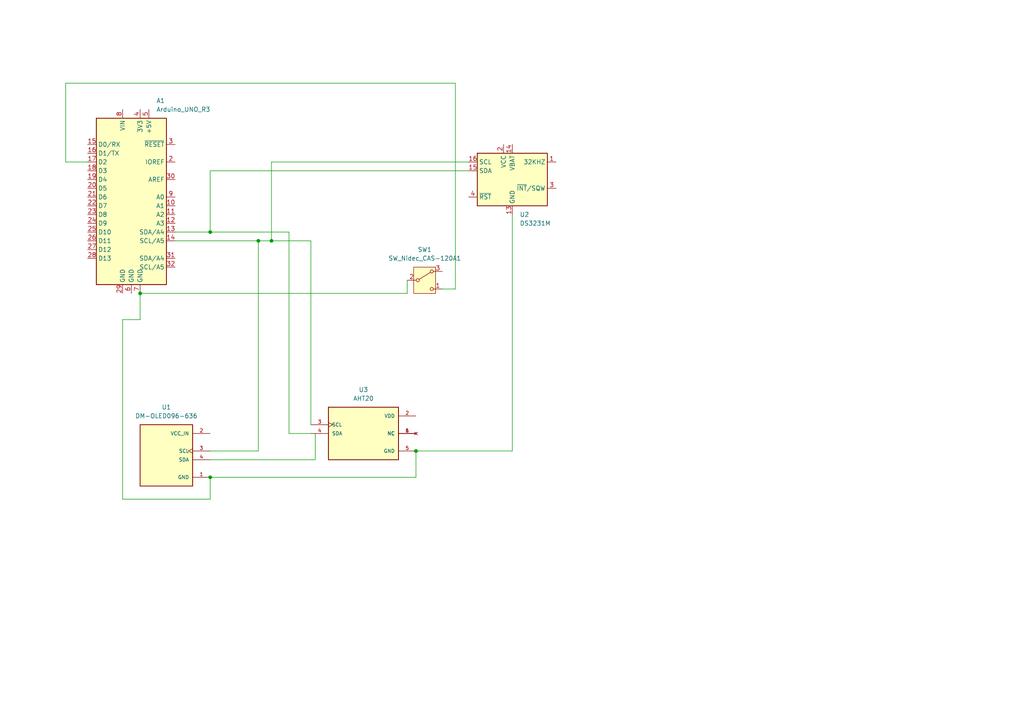
<source format=kicad_sch>
(kicad_sch
	(version 20250114)
	(generator "eeschema")
	(generator_version "9.0")
	(uuid "bf447a21-7a3c-4e50-ab89-794c32c3acd2")
	(paper "A4")
	(lib_symbols
		(symbol "AHT20:AHT20"
			(pin_names
				(offset 1.016)
			)
			(exclude_from_sim no)
			(in_bom yes)
			(on_board yes)
			(property "Reference" "U"
				(at -10.16 8.509 0)
				(effects
					(font
						(size 1.27 1.27)
					)
					(justify left bottom)
				)
			)
			(property "Value" "AHT20"
				(at -10.16 -10.16 0)
				(effects
					(font
						(size 1.27 1.27)
					)
					(justify left bottom)
				)
			)
			(property "Footprint" "AHT20:PSON100P300X300X110-6N"
				(at 0 0 0)
				(effects
					(font
						(size 1.27 1.27)
					)
					(justify bottom)
					(hide yes)
				)
			)
			(property "Datasheet" ""
				(at 0 0 0)
				(effects
					(font
						(size 1.27 1.27)
					)
					(hide yes)
				)
			)
			(property "Description" ""
				(at 0 0 0)
				(effects
					(font
						(size 1.27 1.27)
					)
					(hide yes)
				)
			)
			(property "MF" "Asair"
				(at 0 0 0)
				(effects
					(font
						(size 1.27 1.27)
					)
					(justify bottom)
					(hide yes)
				)
			)
			(property "MAXIMUM_PACKAGE_HEIGHT" "1.1mm"
				(at 0 0 0)
				(effects
					(font
						(size 1.27 1.27)
					)
					(justify bottom)
					(hide yes)
				)
			)
			(property "Package" "Package"
				(at 0 0 0)
				(effects
					(font
						(size 1.27 1.27)
					)
					(justify bottom)
					(hide yes)
				)
			)
			(property "Price" "None"
				(at 0 0 0)
				(effects
					(font
						(size 1.27 1.27)
					)
					(justify bottom)
					(hide yes)
				)
			)
			(property "Check_prices" "https://www.snapeda.com/parts/AHT20/Asair/view-part/?ref=eda"
				(at 0 0 0)
				(effects
					(font
						(size 1.27 1.27)
					)
					(justify bottom)
					(hide yes)
				)
			)
			(property "STANDARD" "IPC 7351B"
				(at 0 0 0)
				(effects
					(font
						(size 1.27 1.27)
					)
					(justify bottom)
					(hide yes)
				)
			)
			(property "PARTREV" "V1.0"
				(at 0 0 0)
				(effects
					(font
						(size 1.27 1.27)
					)
					(justify bottom)
					(hide yes)
				)
			)
			(property "SnapEDA_Link" "https://www.snapeda.com/parts/AHT20/Asair/view-part/?ref=snap"
				(at 0 0 0)
				(effects
					(font
						(size 1.27 1.27)
					)
					(justify bottom)
					(hide yes)
				)
			)
			(property "MP" "AHT20"
				(at 0 0 0)
				(effects
					(font
						(size 1.27 1.27)
					)
					(justify bottom)
					(hide yes)
				)
			)
			(property "Description_1" "Temperature and Humidity sensor"
				(at 0 0 0)
				(effects
					(font
						(size 1.27 1.27)
					)
					(justify bottom)
					(hide yes)
				)
			)
			(property "Availability" "Not in stock"
				(at 0 0 0)
				(effects
					(font
						(size 1.27 1.27)
					)
					(justify bottom)
					(hide yes)
				)
			)
			(property "MANUFACTURER" "Asair"
				(at 0 0 0)
				(effects
					(font
						(size 1.27 1.27)
					)
					(justify bottom)
					(hide yes)
				)
			)
			(symbol "AHT20_0_0"
				(rectangle
					(start -10.16 -7.62)
					(end 10.16 7.62)
					(stroke
						(width 0.254)
						(type default)
					)
					(fill
						(type background)
					)
				)
				(pin input clock
					(at -15.24 2.54 0)
					(length 5.08)
					(name "SCL"
						(effects
							(font
								(size 1.016 1.016)
							)
						)
					)
					(number "3"
						(effects
							(font
								(size 1.016 1.016)
							)
						)
					)
				)
				(pin bidirectional line
					(at -15.24 0 0)
					(length 5.08)
					(name "SDA"
						(effects
							(font
								(size 1.016 1.016)
							)
						)
					)
					(number "4"
						(effects
							(font
								(size 1.016 1.016)
							)
						)
					)
				)
				(pin power_in line
					(at 15.24 5.08 180)
					(length 5.08)
					(name "VDD"
						(effects
							(font
								(size 1.016 1.016)
							)
						)
					)
					(number "2"
						(effects
							(font
								(size 1.016 1.016)
							)
						)
					)
				)
				(pin no_connect line
					(at 15.24 0 180)
					(length 5.08)
					(name "NC"
						(effects
							(font
								(size 1.016 1.016)
							)
						)
					)
					(number "1"
						(effects
							(font
								(size 1.016 1.016)
							)
						)
					)
				)
				(pin no_connect line
					(at 15.24 0 180)
					(length 5.08)
					(name "NC"
						(effects
							(font
								(size 1.016 1.016)
							)
						)
					)
					(number "6"
						(effects
							(font
								(size 1.016 1.016)
							)
						)
					)
				)
				(pin power_in line
					(at 15.24 -5.08 180)
					(length 5.08)
					(name "GND"
						(effects
							(font
								(size 1.016 1.016)
							)
						)
					)
					(number "5"
						(effects
							(font
								(size 1.016 1.016)
							)
						)
					)
				)
			)
			(embedded_fonts no)
		)
		(symbol "DM-OLED096-636:DM-OLED096-636"
			(pin_names
				(offset 1.016)
			)
			(exclude_from_sim no)
			(in_bom yes)
			(on_board yes)
			(property "Reference" "U"
				(at -7.62 10.922 0)
				(effects
					(font
						(size 1.27 1.27)
					)
					(justify left bottom)
				)
			)
			(property "Value" "DM-OLED096-636"
				(at -7.62 -10.16 0)
				(effects
					(font
						(size 1.27 1.27)
					)
					(justify left bottom)
				)
			)
			(property "Footprint" "DM-OLED096-636:MODULE_DM-OLED096-636"
				(at 0 0 0)
				(effects
					(font
						(size 1.27 1.27)
					)
					(justify bottom)
					(hide yes)
				)
			)
			(property "Datasheet" ""
				(at 0 0 0)
				(effects
					(font
						(size 1.27 1.27)
					)
					(hide yes)
				)
			)
			(property "Description" ""
				(at 0 0 0)
				(effects
					(font
						(size 1.27 1.27)
					)
					(hide yes)
				)
			)
			(property "MF" "Display Module"
				(at 0 0 0)
				(effects
					(font
						(size 1.27 1.27)
					)
					(justify bottom)
					(hide yes)
				)
			)
			(property "MAXIMUM_PACKAGE_HEIGHT" "11.3 mm"
				(at 0 0 0)
				(effects
					(font
						(size 1.27 1.27)
					)
					(justify bottom)
					(hide yes)
				)
			)
			(property "Package" "Package"
				(at 0 0 0)
				(effects
					(font
						(size 1.27 1.27)
					)
					(justify bottom)
					(hide yes)
				)
			)
			(property "Price" "None"
				(at 0 0 0)
				(effects
					(font
						(size 1.27 1.27)
					)
					(justify bottom)
					(hide yes)
				)
			)
			(property "Check_prices" "https://www.snapeda.com/parts/DM-OLED096-636/Display+Module/view-part/?ref=eda"
				(at 0 0 0)
				(effects
					(font
						(size 1.27 1.27)
					)
					(justify bottom)
					(hide yes)
				)
			)
			(property "STANDARD" "Manufacturer Recommendations"
				(at 0 0 0)
				(effects
					(font
						(size 1.27 1.27)
					)
					(justify bottom)
					(hide yes)
				)
			)
			(property "PARTREV" "2018-09-10"
				(at 0 0 0)
				(effects
					(font
						(size 1.27 1.27)
					)
					(justify bottom)
					(hide yes)
				)
			)
			(property "SnapEDA_Link" "https://www.snapeda.com/parts/DM-OLED096-636/Display+Module/view-part/?ref=snap"
				(at 0 0 0)
				(effects
					(font
						(size 1.27 1.27)
					)
					(justify bottom)
					(hide yes)
				)
			)
			(property "MP" "DM-OLED096-636"
				(at 0 0 0)
				(effects
					(font
						(size 1.27 1.27)
					)
					(justify bottom)
					(hide yes)
				)
			)
			(property "Description_1" "0.96” 128 X 64 MONOCHROME GRAPHIC OLED DISPLAY MODULE - I2C"
				(at 0 0 0)
				(effects
					(font
						(size 1.27 1.27)
					)
					(justify bottom)
					(hide yes)
				)
			)
			(property "Availability" "Not in stock"
				(at 0 0 0)
				(effects
					(font
						(size 1.27 1.27)
					)
					(justify bottom)
					(hide yes)
				)
			)
			(property "MANUFACTURER" "Displaymodule"
				(at 0 0 0)
				(effects
					(font
						(size 1.27 1.27)
					)
					(justify bottom)
					(hide yes)
				)
			)
			(symbol "DM-OLED096-636_0_0"
				(rectangle
					(start -7.62 -7.62)
					(end 7.62 10.16)
					(stroke
						(width 0.254)
						(type default)
					)
					(fill
						(type background)
					)
				)
				(pin power_in line
					(at 12.7 7.62 180)
					(length 5.08)
					(name "VCC_IN"
						(effects
							(font
								(size 1.016 1.016)
							)
						)
					)
					(number "2"
						(effects
							(font
								(size 1.016 1.016)
							)
						)
					)
				)
				(pin input clock
					(at 12.7 2.54 180)
					(length 5.08)
					(name "SCL"
						(effects
							(font
								(size 1.016 1.016)
							)
						)
					)
					(number "3"
						(effects
							(font
								(size 1.016 1.016)
							)
						)
					)
				)
				(pin bidirectional line
					(at 12.7 0 180)
					(length 5.08)
					(name "SDA"
						(effects
							(font
								(size 1.016 1.016)
							)
						)
					)
					(number "4"
						(effects
							(font
								(size 1.016 1.016)
							)
						)
					)
				)
				(pin power_in line
					(at 12.7 -5.08 180)
					(length 5.08)
					(name "GND"
						(effects
							(font
								(size 1.016 1.016)
							)
						)
					)
					(number "1"
						(effects
							(font
								(size 1.016 1.016)
							)
						)
					)
				)
			)
			(embedded_fonts no)
		)
		(symbol "MCU_Module:Arduino_UNO_R3"
			(exclude_from_sim no)
			(in_bom yes)
			(on_board yes)
			(property "Reference" "A"
				(at -10.16 23.495 0)
				(effects
					(font
						(size 1.27 1.27)
					)
					(justify left bottom)
				)
			)
			(property "Value" "Arduino_UNO_R3"
				(at 5.08 -26.67 0)
				(effects
					(font
						(size 1.27 1.27)
					)
					(justify left top)
				)
			)
			(property "Footprint" "Module:Arduino_UNO_R3"
				(at 0 0 0)
				(effects
					(font
						(size 1.27 1.27)
						(italic yes)
					)
					(hide yes)
				)
			)
			(property "Datasheet" "https://www.arduino.cc/en/Main/arduinoBoardUno"
				(at 0 0 0)
				(effects
					(font
						(size 1.27 1.27)
					)
					(hide yes)
				)
			)
			(property "Description" "Arduino UNO Microcontroller Module, release 3"
				(at 0 0 0)
				(effects
					(font
						(size 1.27 1.27)
					)
					(hide yes)
				)
			)
			(property "ki_keywords" "Arduino UNO R3 Microcontroller Module Atmel AVR USB"
				(at 0 0 0)
				(effects
					(font
						(size 1.27 1.27)
					)
					(hide yes)
				)
			)
			(property "ki_fp_filters" "Arduino*UNO*R3*"
				(at 0 0 0)
				(effects
					(font
						(size 1.27 1.27)
					)
					(hide yes)
				)
			)
			(symbol "Arduino_UNO_R3_0_1"
				(rectangle
					(start -10.16 22.86)
					(end 10.16 -25.4)
					(stroke
						(width 0.254)
						(type default)
					)
					(fill
						(type background)
					)
				)
			)
			(symbol "Arduino_UNO_R3_1_1"
				(pin bidirectional line
					(at -12.7 15.24 0)
					(length 2.54)
					(name "D0/RX"
						(effects
							(font
								(size 1.27 1.27)
							)
						)
					)
					(number "15"
						(effects
							(font
								(size 1.27 1.27)
							)
						)
					)
				)
				(pin bidirectional line
					(at -12.7 12.7 0)
					(length 2.54)
					(name "D1/TX"
						(effects
							(font
								(size 1.27 1.27)
							)
						)
					)
					(number "16"
						(effects
							(font
								(size 1.27 1.27)
							)
						)
					)
				)
				(pin bidirectional line
					(at -12.7 10.16 0)
					(length 2.54)
					(name "D2"
						(effects
							(font
								(size 1.27 1.27)
							)
						)
					)
					(number "17"
						(effects
							(font
								(size 1.27 1.27)
							)
						)
					)
				)
				(pin bidirectional line
					(at -12.7 7.62 0)
					(length 2.54)
					(name "D3"
						(effects
							(font
								(size 1.27 1.27)
							)
						)
					)
					(number "18"
						(effects
							(font
								(size 1.27 1.27)
							)
						)
					)
				)
				(pin bidirectional line
					(at -12.7 5.08 0)
					(length 2.54)
					(name "D4"
						(effects
							(font
								(size 1.27 1.27)
							)
						)
					)
					(number "19"
						(effects
							(font
								(size 1.27 1.27)
							)
						)
					)
				)
				(pin bidirectional line
					(at -12.7 2.54 0)
					(length 2.54)
					(name "D5"
						(effects
							(font
								(size 1.27 1.27)
							)
						)
					)
					(number "20"
						(effects
							(font
								(size 1.27 1.27)
							)
						)
					)
				)
				(pin bidirectional line
					(at -12.7 0 0)
					(length 2.54)
					(name "D6"
						(effects
							(font
								(size 1.27 1.27)
							)
						)
					)
					(number "21"
						(effects
							(font
								(size 1.27 1.27)
							)
						)
					)
				)
				(pin bidirectional line
					(at -12.7 -2.54 0)
					(length 2.54)
					(name "D7"
						(effects
							(font
								(size 1.27 1.27)
							)
						)
					)
					(number "22"
						(effects
							(font
								(size 1.27 1.27)
							)
						)
					)
				)
				(pin bidirectional line
					(at -12.7 -5.08 0)
					(length 2.54)
					(name "D8"
						(effects
							(font
								(size 1.27 1.27)
							)
						)
					)
					(number "23"
						(effects
							(font
								(size 1.27 1.27)
							)
						)
					)
				)
				(pin bidirectional line
					(at -12.7 -7.62 0)
					(length 2.54)
					(name "D9"
						(effects
							(font
								(size 1.27 1.27)
							)
						)
					)
					(number "24"
						(effects
							(font
								(size 1.27 1.27)
							)
						)
					)
				)
				(pin bidirectional line
					(at -12.7 -10.16 0)
					(length 2.54)
					(name "D10"
						(effects
							(font
								(size 1.27 1.27)
							)
						)
					)
					(number "25"
						(effects
							(font
								(size 1.27 1.27)
							)
						)
					)
				)
				(pin bidirectional line
					(at -12.7 -12.7 0)
					(length 2.54)
					(name "D11"
						(effects
							(font
								(size 1.27 1.27)
							)
						)
					)
					(number "26"
						(effects
							(font
								(size 1.27 1.27)
							)
						)
					)
				)
				(pin bidirectional line
					(at -12.7 -15.24 0)
					(length 2.54)
					(name "D12"
						(effects
							(font
								(size 1.27 1.27)
							)
						)
					)
					(number "27"
						(effects
							(font
								(size 1.27 1.27)
							)
						)
					)
				)
				(pin bidirectional line
					(at -12.7 -17.78 0)
					(length 2.54)
					(name "D13"
						(effects
							(font
								(size 1.27 1.27)
							)
						)
					)
					(number "28"
						(effects
							(font
								(size 1.27 1.27)
							)
						)
					)
				)
				(pin no_connect line
					(at -10.16 -20.32 0)
					(length 2.54)
					(hide yes)
					(name "NC"
						(effects
							(font
								(size 1.27 1.27)
							)
						)
					)
					(number "1"
						(effects
							(font
								(size 1.27 1.27)
							)
						)
					)
				)
				(pin power_in line
					(at -2.54 25.4 270)
					(length 2.54)
					(name "VIN"
						(effects
							(font
								(size 1.27 1.27)
							)
						)
					)
					(number "8"
						(effects
							(font
								(size 1.27 1.27)
							)
						)
					)
				)
				(pin power_in line
					(at -2.54 -27.94 90)
					(length 2.54)
					(name "GND"
						(effects
							(font
								(size 1.27 1.27)
							)
						)
					)
					(number "29"
						(effects
							(font
								(size 1.27 1.27)
							)
						)
					)
				)
				(pin power_in line
					(at 0 -27.94 90)
					(length 2.54)
					(name "GND"
						(effects
							(font
								(size 1.27 1.27)
							)
						)
					)
					(number "6"
						(effects
							(font
								(size 1.27 1.27)
							)
						)
					)
				)
				(pin power_out line
					(at 2.54 25.4 270)
					(length 2.54)
					(name "3V3"
						(effects
							(font
								(size 1.27 1.27)
							)
						)
					)
					(number "4"
						(effects
							(font
								(size 1.27 1.27)
							)
						)
					)
				)
				(pin power_in line
					(at 2.54 -27.94 90)
					(length 2.54)
					(name "GND"
						(effects
							(font
								(size 1.27 1.27)
							)
						)
					)
					(number "7"
						(effects
							(font
								(size 1.27 1.27)
							)
						)
					)
				)
				(pin power_out line
					(at 5.08 25.4 270)
					(length 2.54)
					(name "+5V"
						(effects
							(font
								(size 1.27 1.27)
							)
						)
					)
					(number "5"
						(effects
							(font
								(size 1.27 1.27)
							)
						)
					)
				)
				(pin input line
					(at 12.7 15.24 180)
					(length 2.54)
					(name "~{RESET}"
						(effects
							(font
								(size 1.27 1.27)
							)
						)
					)
					(number "3"
						(effects
							(font
								(size 1.27 1.27)
							)
						)
					)
				)
				(pin output line
					(at 12.7 10.16 180)
					(length 2.54)
					(name "IOREF"
						(effects
							(font
								(size 1.27 1.27)
							)
						)
					)
					(number "2"
						(effects
							(font
								(size 1.27 1.27)
							)
						)
					)
				)
				(pin input line
					(at 12.7 5.08 180)
					(length 2.54)
					(name "AREF"
						(effects
							(font
								(size 1.27 1.27)
							)
						)
					)
					(number "30"
						(effects
							(font
								(size 1.27 1.27)
							)
						)
					)
				)
				(pin bidirectional line
					(at 12.7 0 180)
					(length 2.54)
					(name "A0"
						(effects
							(font
								(size 1.27 1.27)
							)
						)
					)
					(number "9"
						(effects
							(font
								(size 1.27 1.27)
							)
						)
					)
				)
				(pin bidirectional line
					(at 12.7 -2.54 180)
					(length 2.54)
					(name "A1"
						(effects
							(font
								(size 1.27 1.27)
							)
						)
					)
					(number "10"
						(effects
							(font
								(size 1.27 1.27)
							)
						)
					)
				)
				(pin bidirectional line
					(at 12.7 -5.08 180)
					(length 2.54)
					(name "A2"
						(effects
							(font
								(size 1.27 1.27)
							)
						)
					)
					(number "11"
						(effects
							(font
								(size 1.27 1.27)
							)
						)
					)
				)
				(pin bidirectional line
					(at 12.7 -7.62 180)
					(length 2.54)
					(name "A3"
						(effects
							(font
								(size 1.27 1.27)
							)
						)
					)
					(number "12"
						(effects
							(font
								(size 1.27 1.27)
							)
						)
					)
				)
				(pin bidirectional line
					(at 12.7 -10.16 180)
					(length 2.54)
					(name "SDA/A4"
						(effects
							(font
								(size 1.27 1.27)
							)
						)
					)
					(number "13"
						(effects
							(font
								(size 1.27 1.27)
							)
						)
					)
				)
				(pin bidirectional line
					(at 12.7 -12.7 180)
					(length 2.54)
					(name "SCL/A5"
						(effects
							(font
								(size 1.27 1.27)
							)
						)
					)
					(number "14"
						(effects
							(font
								(size 1.27 1.27)
							)
						)
					)
				)
				(pin bidirectional line
					(at 12.7 -17.78 180)
					(length 2.54)
					(name "SDA/A4"
						(effects
							(font
								(size 1.27 1.27)
							)
						)
					)
					(number "31"
						(effects
							(font
								(size 1.27 1.27)
							)
						)
					)
				)
				(pin bidirectional line
					(at 12.7 -20.32 180)
					(length 2.54)
					(name "SCL/A5"
						(effects
							(font
								(size 1.27 1.27)
							)
						)
					)
					(number "32"
						(effects
							(font
								(size 1.27 1.27)
							)
						)
					)
				)
			)
			(embedded_fonts no)
		)
		(symbol "Switch:SW_Nidec_CAS-120A1"
			(pin_names
				(offset 1)
				(hide yes)
			)
			(exclude_from_sim no)
			(in_bom yes)
			(on_board yes)
			(property "Reference" "SW"
				(at 0 4.318 0)
				(effects
					(font
						(size 1.27 1.27)
					)
				)
			)
			(property "Value" "SW_Nidec_CAS-120A1"
				(at 0 -5.08 0)
				(effects
					(font
						(size 1.27 1.27)
					)
				)
			)
			(property "Footprint" "Button_Switch_SMD:Nidec_Copal_CAS-120A"
				(at 0 -10.16 0)
				(effects
					(font
						(size 1.27 1.27)
					)
					(hide yes)
				)
			)
			(property "Datasheet" "https://www.nidec-components.com/e/catalog/switch/cas.pdf"
				(at 0 -7.62 0)
				(effects
					(font
						(size 1.27 1.27)
					)
					(hide yes)
				)
			)
			(property "Description" "Switch, single pole double throw"
				(at 0 0 0)
				(effects
					(font
						(size 1.27 1.27)
					)
					(hide yes)
				)
			)
			(property "ki_keywords" "switch single-pole double-throw spdt ON-ON"
				(at 0 0 0)
				(effects
					(font
						(size 1.27 1.27)
					)
					(hide yes)
				)
			)
			(property "ki_fp_filters" "*Nidec?Copal?CAS?120A*"
				(at 0 0 0)
				(effects
					(font
						(size 1.27 1.27)
					)
					(hide yes)
				)
			)
			(symbol "SW_Nidec_CAS-120A1_0_1"
				(circle
					(center -2.032 0)
					(radius 0.4572)
					(stroke
						(width 0)
						(type default)
					)
					(fill
						(type none)
					)
				)
				(polyline
					(pts
						(xy -1.651 0.254) (xy 1.651 2.286)
					)
					(stroke
						(width 0)
						(type default)
					)
					(fill
						(type none)
					)
				)
				(circle
					(center 2.032 2.54)
					(radius 0.4572)
					(stroke
						(width 0)
						(type default)
					)
					(fill
						(type none)
					)
				)
				(circle
					(center 2.032 -2.54)
					(radius 0.4572)
					(stroke
						(width 0)
						(type default)
					)
					(fill
						(type none)
					)
				)
			)
			(symbol "SW_Nidec_CAS-120A1_1_1"
				(rectangle
					(start -3.175 3.81)
					(end 3.175 -3.81)
					(stroke
						(width 0)
						(type default)
					)
					(fill
						(type background)
					)
				)
				(pin passive line
					(at -5.08 0 0)
					(length 2.54)
					(name "B"
						(effects
							(font
								(size 1.27 1.27)
							)
						)
					)
					(number "2"
						(effects
							(font
								(size 1.27 1.27)
							)
						)
					)
				)
				(pin passive line
					(at 5.08 2.54 180)
					(length 2.54)
					(name "A"
						(effects
							(font
								(size 1.27 1.27)
							)
						)
					)
					(number "3"
						(effects
							(font
								(size 1.27 1.27)
							)
						)
					)
				)
				(pin passive line
					(at 5.08 -2.54 180)
					(length 2.54)
					(name "C"
						(effects
							(font
								(size 1.27 1.27)
							)
						)
					)
					(number "1"
						(effects
							(font
								(size 1.27 1.27)
							)
						)
					)
				)
			)
			(embedded_fonts no)
		)
		(symbol "Timer_RTC:DS3231M"
			(exclude_from_sim no)
			(in_bom yes)
			(on_board yes)
			(property "Reference" "U"
				(at -7.62 8.89 0)
				(effects
					(font
						(size 1.27 1.27)
					)
					(justify right)
				)
			)
			(property "Value" "DS3231M"
				(at 10.16 8.89 0)
				(effects
					(font
						(size 1.27 1.27)
					)
					(justify right)
				)
			)
			(property "Footprint" "Package_SO:SOIC-16W_7.5x10.3mm_P1.27mm"
				(at 0 -15.24 0)
				(effects
					(font
						(size 1.27 1.27)
					)
					(hide yes)
				)
			)
			(property "Datasheet" "http://datasheets.maximintegrated.com/en/ds/DS3231.pdf"
				(at 6.858 1.27 0)
				(effects
					(font
						(size 1.27 1.27)
					)
					(hide yes)
				)
			)
			(property "Description" "Extremely Accurate I2C-Integrated RTC/TCXO/Crystal SOIC-16"
				(at 0 0 0)
				(effects
					(font
						(size 1.27 1.27)
					)
					(hide yes)
				)
			)
			(property "ki_keywords" "RTC TCXO Realtime Time Clock Crystal Oscillator I2C"
				(at 0 0 0)
				(effects
					(font
						(size 1.27 1.27)
					)
					(hide yes)
				)
			)
			(property "ki_fp_filters" "SOIC*7.5x10.3mm*P1.27mm*"
				(at 0 0 0)
				(effects
					(font
						(size 1.27 1.27)
					)
					(hide yes)
				)
			)
			(symbol "DS3231M_0_1"
				(rectangle
					(start -10.16 7.62)
					(end 10.16 -7.62)
					(stroke
						(width 0.254)
						(type default)
					)
					(fill
						(type background)
					)
				)
			)
			(symbol "DS3231M_1_1"
				(pin input line
					(at -12.7 5.08 0)
					(length 2.54)
					(name "SCL"
						(effects
							(font
								(size 1.27 1.27)
							)
						)
					)
					(number "16"
						(effects
							(font
								(size 1.27 1.27)
							)
						)
					)
				)
				(pin bidirectional line
					(at -12.7 2.54 0)
					(length 2.54)
					(name "SDA"
						(effects
							(font
								(size 1.27 1.27)
							)
						)
					)
					(number "15"
						(effects
							(font
								(size 1.27 1.27)
							)
						)
					)
				)
				(pin bidirectional line
					(at -12.7 -5.08 0)
					(length 2.54)
					(name "~{RST}"
						(effects
							(font
								(size 1.27 1.27)
							)
						)
					)
					(number "4"
						(effects
							(font
								(size 1.27 1.27)
							)
						)
					)
				)
				(pin power_in line
					(at -2.54 10.16 270)
					(length 2.54)
					(name "VCC"
						(effects
							(font
								(size 1.27 1.27)
							)
						)
					)
					(number "2"
						(effects
							(font
								(size 1.27 1.27)
							)
						)
					)
				)
				(pin power_in line
					(at 0 10.16 270)
					(length 2.54)
					(name "VBAT"
						(effects
							(font
								(size 1.27 1.27)
							)
						)
					)
					(number "14"
						(effects
							(font
								(size 1.27 1.27)
							)
						)
					)
				)
				(pin passive line
					(at 0 -10.16 90)
					(length 2.54)
					(hide yes)
					(name "GND"
						(effects
							(font
								(size 1.27 1.27)
							)
						)
					)
					(number "10"
						(effects
							(font
								(size 1.27 1.27)
							)
						)
					)
				)
				(pin passive line
					(at 0 -10.16 90)
					(length 2.54)
					(hide yes)
					(name "GND"
						(effects
							(font
								(size 1.27 1.27)
							)
						)
					)
					(number "11"
						(effects
							(font
								(size 1.27 1.27)
							)
						)
					)
				)
				(pin passive line
					(at 0 -10.16 90)
					(length 2.54)
					(hide yes)
					(name "GND"
						(effects
							(font
								(size 1.27 1.27)
							)
						)
					)
					(number "12"
						(effects
							(font
								(size 1.27 1.27)
							)
						)
					)
				)
				(pin power_in line
					(at 0 -10.16 90)
					(length 2.54)
					(name "GND"
						(effects
							(font
								(size 1.27 1.27)
							)
						)
					)
					(number "13"
						(effects
							(font
								(size 1.27 1.27)
							)
						)
					)
				)
				(pin passive line
					(at 0 -10.16 90)
					(length 2.54)
					(hide yes)
					(name "GND"
						(effects
							(font
								(size 1.27 1.27)
							)
						)
					)
					(number "5"
						(effects
							(font
								(size 1.27 1.27)
							)
						)
					)
				)
				(pin passive line
					(at 0 -10.16 90)
					(length 2.54)
					(hide yes)
					(name "GND"
						(effects
							(font
								(size 1.27 1.27)
							)
						)
					)
					(number "6"
						(effects
							(font
								(size 1.27 1.27)
							)
						)
					)
				)
				(pin passive line
					(at 0 -10.16 90)
					(length 2.54)
					(hide yes)
					(name "GND"
						(effects
							(font
								(size 1.27 1.27)
							)
						)
					)
					(number "7"
						(effects
							(font
								(size 1.27 1.27)
							)
						)
					)
				)
				(pin passive line
					(at 0 -10.16 90)
					(length 2.54)
					(hide yes)
					(name "GND"
						(effects
							(font
								(size 1.27 1.27)
							)
						)
					)
					(number "8"
						(effects
							(font
								(size 1.27 1.27)
							)
						)
					)
				)
				(pin passive line
					(at 0 -10.16 90)
					(length 2.54)
					(hide yes)
					(name "GND"
						(effects
							(font
								(size 1.27 1.27)
							)
						)
					)
					(number "9"
						(effects
							(font
								(size 1.27 1.27)
							)
						)
					)
				)
				(pin open_collector line
					(at 12.7 5.08 180)
					(length 2.54)
					(name "32KHZ"
						(effects
							(font
								(size 1.27 1.27)
							)
						)
					)
					(number "1"
						(effects
							(font
								(size 1.27 1.27)
							)
						)
					)
				)
				(pin open_collector line
					(at 12.7 -2.54 180)
					(length 2.54)
					(name "~{INT}/SQW"
						(effects
							(font
								(size 1.27 1.27)
							)
						)
					)
					(number "3"
						(effects
							(font
								(size 1.27 1.27)
							)
						)
					)
				)
			)
			(embedded_fonts no)
		)
	)
	(junction
		(at 40.64 85.09)
		(diameter 0)
		(color 0 0 0 0)
		(uuid "0f231985-8622-4675-bfe1-015370dc0864")
	)
	(junction
		(at 60.96 138.43)
		(diameter 0)
		(color 0 0 0 0)
		(uuid "101fdd51-65ce-444f-921a-28fc8f9ac648")
	)
	(junction
		(at 74.93 69.85)
		(diameter 0)
		(color 0 0 0 0)
		(uuid "6d141b55-4c74-4b33-a15c-61ff4942fed1")
	)
	(junction
		(at 120.65 130.81)
		(diameter 0)
		(color 0 0 0 0)
		(uuid "8f9d1310-d7b7-4d6d-b07d-e08c34b226bf")
	)
	(junction
		(at 60.96 67.31)
		(diameter 0)
		(color 0 0 0 0)
		(uuid "a4b7970a-ad9c-4a52-8000-03c68267249c")
	)
	(junction
		(at 78.74 69.85)
		(diameter 0)
		(color 0 0 0 0)
		(uuid "ecd57966-d02f-47cf-bd7f-7b6f8c91d9da")
	)
	(wire
		(pts
			(xy 74.93 130.81) (xy 74.93 69.85)
		)
		(stroke
			(width 0)
			(type default)
		)
		(uuid "002daf70-2298-423c-9d67-0b319cbfb0d0")
	)
	(wire
		(pts
			(xy 148.59 62.23) (xy 148.59 130.81)
		)
		(stroke
			(width 0)
			(type default)
		)
		(uuid "07da8c65-ca22-4eb1-87f7-f0c9bb7d041d")
	)
	(wire
		(pts
			(xy 132.08 24.13) (xy 132.08 83.82)
		)
		(stroke
			(width 0)
			(type default)
		)
		(uuid "30e3c395-7cd3-4e28-a2e0-06706ccf7719")
	)
	(wire
		(pts
			(xy 60.96 144.78) (xy 60.96 138.43)
		)
		(stroke
			(width 0)
			(type default)
		)
		(uuid "34a9c821-a2f9-476e-906d-e2dd9d36e41f")
	)
	(wire
		(pts
			(xy 50.8 69.85) (xy 74.93 69.85)
		)
		(stroke
			(width 0)
			(type default)
		)
		(uuid "3b51ea87-e70b-4d50-9158-2eabe11fa0c8")
	)
	(wire
		(pts
			(xy 135.89 46.99) (xy 78.74 46.99)
		)
		(stroke
			(width 0)
			(type default)
		)
		(uuid "3cc557f7-90a0-4598-b851-6b37d72c6bbe")
	)
	(wire
		(pts
			(xy 40.64 85.09) (xy 40.64 92.71)
		)
		(stroke
			(width 0)
			(type default)
		)
		(uuid "40572d87-7549-42fe-96d3-6fbd0a1768b2")
	)
	(wire
		(pts
			(xy 60.96 67.31) (xy 83.82 67.31)
		)
		(stroke
			(width 0)
			(type default)
		)
		(uuid "4ac148bc-37a0-45d9-85aa-3f0b3a130a49")
	)
	(wire
		(pts
			(xy 60.96 133.35) (xy 91.44 133.35)
		)
		(stroke
			(width 0)
			(type default)
		)
		(uuid "56adc6dd-cfec-46ac-8636-914d24fbcece")
	)
	(wire
		(pts
			(xy 120.65 138.43) (xy 60.96 138.43)
		)
		(stroke
			(width 0)
			(type default)
		)
		(uuid "574385cf-6c88-4eb2-9884-e97aa7ee60ae")
	)
	(wire
		(pts
			(xy 35.56 144.78) (xy 60.96 144.78)
		)
		(stroke
			(width 0)
			(type default)
		)
		(uuid "649bef96-eb76-4ec0-b465-80b70e3c191a")
	)
	(wire
		(pts
			(xy 35.56 92.71) (xy 35.56 144.78)
		)
		(stroke
			(width 0)
			(type default)
		)
		(uuid "6ef27ee3-ba3b-44d2-802b-da04ec286de8")
	)
	(wire
		(pts
			(xy 25.4 46.99) (xy 19.05 46.99)
		)
		(stroke
			(width 0)
			(type default)
		)
		(uuid "768a1a01-19d4-434b-9f6d-99217b251fed")
	)
	(wire
		(pts
			(xy 60.96 49.53) (xy 60.96 67.31)
		)
		(stroke
			(width 0)
			(type default)
		)
		(uuid "790dd921-25ae-4d8d-aeb1-77a3ad9b18f6")
	)
	(wire
		(pts
			(xy 118.11 81.28) (xy 118.11 85.09)
		)
		(stroke
			(width 0)
			(type default)
		)
		(uuid "9080a244-ee43-4a4a-803f-faa92f1bd3c3")
	)
	(wire
		(pts
			(xy 83.82 125.73) (xy 90.17 125.73)
		)
		(stroke
			(width 0)
			(type default)
		)
		(uuid "9e1c9130-ad3b-4eab-b5df-0cc523c303ab")
	)
	(wire
		(pts
			(xy 135.89 49.53) (xy 60.96 49.53)
		)
		(stroke
			(width 0)
			(type default)
		)
		(uuid "aa642182-380f-488e-898a-4d131a568b66")
	)
	(wire
		(pts
			(xy 118.11 85.09) (xy 40.64 85.09)
		)
		(stroke
			(width 0)
			(type default)
		)
		(uuid "aada36fd-3bad-4b25-a8b0-e3db39f56b99")
	)
	(wire
		(pts
			(xy 40.64 92.71) (xy 35.56 92.71)
		)
		(stroke
			(width 0)
			(type default)
		)
		(uuid "abc3360d-bc8d-47a5-90a5-8c0add3f90de")
	)
	(wire
		(pts
			(xy 19.05 46.99) (xy 19.05 24.13)
		)
		(stroke
			(width 0)
			(type default)
		)
		(uuid "b46d40df-6c4d-490b-b548-b4f69f1044ce")
	)
	(wire
		(pts
			(xy 78.74 46.99) (xy 78.74 69.85)
		)
		(stroke
			(width 0)
			(type default)
		)
		(uuid "b5691be5-8f1b-4e57-afcd-f909697a6f94")
	)
	(wire
		(pts
			(xy 132.08 83.82) (xy 128.27 83.82)
		)
		(stroke
			(width 0)
			(type default)
		)
		(uuid "b7daffc7-bca0-4aed-b0f9-351b363d88af")
	)
	(wire
		(pts
			(xy 50.8 67.31) (xy 60.96 67.31)
		)
		(stroke
			(width 0)
			(type default)
		)
		(uuid "bff0f50c-c094-48b2-81a9-f7aebc798eac")
	)
	(wire
		(pts
			(xy 83.82 67.31) (xy 83.82 125.73)
		)
		(stroke
			(width 0)
			(type default)
		)
		(uuid "c0307687-7104-40b6-acf9-b03f33256fc1")
	)
	(wire
		(pts
			(xy 148.59 130.81) (xy 120.65 130.81)
		)
		(stroke
			(width 0)
			(type default)
		)
		(uuid "c4f262de-8bc6-4b19-b21f-870cf519f369")
	)
	(wire
		(pts
			(xy 74.93 69.85) (xy 78.74 69.85)
		)
		(stroke
			(width 0)
			(type default)
		)
		(uuid "d32badf6-4923-40fb-956a-f17762631717")
	)
	(wire
		(pts
			(xy 19.05 24.13) (xy 132.08 24.13)
		)
		(stroke
			(width 0)
			(type default)
		)
		(uuid "d3cd992f-94ef-4e48-8961-7453d5134c51")
	)
	(wire
		(pts
			(xy 60.96 130.81) (xy 74.93 130.81)
		)
		(stroke
			(width 0)
			(type default)
		)
		(uuid "dc1f3cae-e34d-4600-b7e9-032f5b9df312")
	)
	(wire
		(pts
			(xy 90.17 123.19) (xy 90.17 69.85)
		)
		(stroke
			(width 0)
			(type default)
		)
		(uuid "f0a2ee06-00e9-4c03-9af1-9c4d5f180c8f")
	)
	(wire
		(pts
			(xy 91.44 125.73) (xy 91.44 133.35)
		)
		(stroke
			(width 0)
			(type default)
		)
		(uuid "f46b9be7-7ba2-4b40-88c8-151a5b47b0f7")
	)
	(wire
		(pts
			(xy 78.74 69.85) (xy 90.17 69.85)
		)
		(stroke
			(width 0)
			(type default)
		)
		(uuid "f99e5f6c-4a80-4604-adbf-4ee2425d9b86")
	)
	(wire
		(pts
			(xy 120.65 130.81) (xy 120.65 138.43)
		)
		(stroke
			(width 0)
			(type default)
		)
		(uuid "fd6ba545-f1e9-4d0d-a84c-42484f190586")
	)
	(symbol
		(lib_id "DM-OLED096-636:DM-OLED096-636")
		(at 48.26 133.35 0)
		(unit 1)
		(exclude_from_sim no)
		(in_bom yes)
		(on_board yes)
		(dnp no)
		(fields_autoplaced yes)
		(uuid "10b43383-da2c-4a78-8ffc-52dd10e040dd")
		(property "Reference" "U1"
			(at 48.26 118.11 0)
			(effects
				(font
					(size 1.27 1.27)
				)
			)
		)
		(property "Value" "DM-OLED096-636"
			(at 48.26 120.65 0)
			(effects
				(font
					(size 1.27 1.27)
				)
			)
		)
		(property "Footprint" "DM-OLED096-636:MODULE_DM-OLED096-636"
			(at 48.26 133.35 0)
			(effects
				(font
					(size 1.27 1.27)
				)
				(justify bottom)
				(hide yes)
			)
		)
		(property "Datasheet" ""
			(at 48.26 133.35 0)
			(effects
				(font
					(size 1.27 1.27)
				)
				(hide yes)
			)
		)
		(property "Description" ""
			(at 48.26 133.35 0)
			(effects
				(font
					(size 1.27 1.27)
				)
				(hide yes)
			)
		)
		(property "MF" "Display Module"
			(at 48.26 133.35 0)
			(effects
				(font
					(size 1.27 1.27)
				)
				(justify bottom)
				(hide yes)
			)
		)
		(property "MAXIMUM_PACKAGE_HEIGHT" "11.3 mm"
			(at 48.26 133.35 0)
			(effects
				(font
					(size 1.27 1.27)
				)
				(justify bottom)
				(hide yes)
			)
		)
		(property "Package" "Package"
			(at 48.26 133.35 0)
			(effects
				(font
					(size 1.27 1.27)
				)
				(justify bottom)
				(hide yes)
			)
		)
		(property "Price" "None"
			(at 48.26 133.35 0)
			(effects
				(font
					(size 1.27 1.27)
				)
				(justify bottom)
				(hide yes)
			)
		)
		(property "Check_prices" "https://www.snapeda.com/parts/DM-OLED096-636/Display+Module/view-part/?ref=eda"
			(at 48.26 133.35 0)
			(effects
				(font
					(size 1.27 1.27)
				)
				(justify bottom)
				(hide yes)
			)
		)
		(property "STANDARD" "Manufacturer Recommendations"
			(at 48.26 133.35 0)
			(effects
				(font
					(size 1.27 1.27)
				)
				(justify bottom)
				(hide yes)
			)
		)
		(property "PARTREV" "2018-09-10"
			(at 48.26 133.35 0)
			(effects
				(font
					(size 1.27 1.27)
				)
				(justify bottom)
				(hide yes)
			)
		)
		(property "SnapEDA_Link" "https://www.snapeda.com/parts/DM-OLED096-636/Display+Module/view-part/?ref=snap"
			(at 48.26 133.35 0)
			(effects
				(font
					(size 1.27 1.27)
				)
				(justify bottom)
				(hide yes)
			)
		)
		(property "MP" "DM-OLED096-636"
			(at 48.26 133.35 0)
			(effects
				(font
					(size 1.27 1.27)
				)
				(justify bottom)
				(hide yes)
			)
		)
		(property "Description_1" "0.96” 128 X 64 MONOCHROME GRAPHIC OLED DISPLAY MODULE - I2C"
			(at 48.26 133.35 0)
			(effects
				(font
					(size 1.27 1.27)
				)
				(justify bottom)
				(hide yes)
			)
		)
		(property "Availability" "Not in stock"
			(at 48.26 133.35 0)
			(effects
				(font
					(size 1.27 1.27)
				)
				(justify bottom)
				(hide yes)
			)
		)
		(property "MANUFACTURER" "Displaymodule"
			(at 48.26 133.35 0)
			(effects
				(font
					(size 1.27 1.27)
				)
				(justify bottom)
				(hide yes)
			)
		)
		(pin "4"
			(uuid "26709a2f-5ef8-4082-92d5-a85b3ac4b121")
		)
		(pin "2"
			(uuid "bf58b1f0-e0fd-4a3a-923e-1778cb8ed2cf")
		)
		(pin "3"
			(uuid "24c43f22-d2a5-403b-8e3a-9055eb1a9fe2")
		)
		(pin "1"
			(uuid "7912e3c9-e05e-448c-bc6e-ea912cc298d4")
		)
		(instances
			(project ""
				(path "/bf447a21-7a3c-4e50-ab89-794c32c3acd2"
					(reference "U1")
					(unit 1)
				)
			)
		)
	)
	(symbol
		(lib_id "Switch:SW_Nidec_CAS-120A1")
		(at 123.19 81.28 0)
		(unit 1)
		(exclude_from_sim no)
		(in_bom yes)
		(on_board yes)
		(dnp no)
		(fields_autoplaced yes)
		(uuid "1d9967a8-7c97-4cdd-990c-8a68a63b7853")
		(property "Reference" "SW1"
			(at 123.19 72.39 0)
			(effects
				(font
					(size 1.27 1.27)
				)
			)
		)
		(property "Value" "SW_Nidec_CAS-120A1"
			(at 123.19 74.93 0)
			(effects
				(font
					(size 1.27 1.27)
				)
			)
		)
		(property "Footprint" "Button_Switch_SMD:Nidec_Copal_CAS-120A"
			(at 123.19 91.44 0)
			(effects
				(font
					(size 1.27 1.27)
				)
				(hide yes)
			)
		)
		(property "Datasheet" "https://www.nidec-components.com/e/catalog/switch/cas.pdf"
			(at 123.19 88.9 0)
			(effects
				(font
					(size 1.27 1.27)
				)
				(hide yes)
			)
		)
		(property "Description" "Switch, single pole double throw"
			(at 123.19 81.28 0)
			(effects
				(font
					(size 1.27 1.27)
				)
				(hide yes)
			)
		)
		(pin "1"
			(uuid "8bd90a40-69fa-49de-aaa6-9c64b46c0887")
		)
		(pin "2"
			(uuid "295f27b2-0c0d-41fb-ba1c-192404dd141d")
		)
		(pin "3"
			(uuid "a5415442-19fc-47d5-8e8f-98d7c051845a")
		)
		(instances
			(project ""
				(path "/bf447a21-7a3c-4e50-ab89-794c32c3acd2"
					(reference "SW1")
					(unit 1)
				)
			)
		)
	)
	(symbol
		(lib_id "AHT20:AHT20")
		(at 105.41 125.73 0)
		(unit 1)
		(exclude_from_sim no)
		(in_bom yes)
		(on_board yes)
		(dnp no)
		(fields_autoplaced yes)
		(uuid "5deced72-a0bb-406a-abab-1e8942948aac")
		(property "Reference" "U3"
			(at 105.41 113.03 0)
			(effects
				(font
					(size 1.27 1.27)
				)
			)
		)
		(property "Value" "AHT20"
			(at 105.41 115.57 0)
			(effects
				(font
					(size 1.27 1.27)
				)
			)
		)
		(property "Footprint" "AHT20:PSON100P300X300X110-6N"
			(at 105.41 125.73 0)
			(effects
				(font
					(size 1.27 1.27)
				)
				(justify bottom)
				(hide yes)
			)
		)
		(property "Datasheet" ""
			(at 105.41 125.73 0)
			(effects
				(font
					(size 1.27 1.27)
				)
				(hide yes)
			)
		)
		(property "Description" ""
			(at 105.41 125.73 0)
			(effects
				(font
					(size 1.27 1.27)
				)
				(hide yes)
			)
		)
		(property "MF" "Asair"
			(at 105.41 125.73 0)
			(effects
				(font
					(size 1.27 1.27)
				)
				(justify bottom)
				(hide yes)
			)
		)
		(property "MAXIMUM_PACKAGE_HEIGHT" "1.1mm"
			(at 105.41 125.73 0)
			(effects
				(font
					(size 1.27 1.27)
				)
				(justify bottom)
				(hide yes)
			)
		)
		(property "Package" "Package"
			(at 105.41 125.73 0)
			(effects
				(font
					(size 1.27 1.27)
				)
				(justify bottom)
				(hide yes)
			)
		)
		(property "Price" "None"
			(at 105.41 125.73 0)
			(effects
				(font
					(size 1.27 1.27)
				)
				(justify bottom)
				(hide yes)
			)
		)
		(property "Check_prices" "https://www.snapeda.com/parts/AHT20/Asair/view-part/?ref=eda"
			(at 105.41 125.73 0)
			(effects
				(font
					(size 1.27 1.27)
				)
				(justify bottom)
				(hide yes)
			)
		)
		(property "STANDARD" "IPC 7351B"
			(at 105.41 125.73 0)
			(effects
				(font
					(size 1.27 1.27)
				)
				(justify bottom)
				(hide yes)
			)
		)
		(property "PARTREV" "V1.0"
			(at 105.41 125.73 0)
			(effects
				(font
					(size 1.27 1.27)
				)
				(justify bottom)
				(hide yes)
			)
		)
		(property "SnapEDA_Link" "https://www.snapeda.com/parts/AHT20/Asair/view-part/?ref=snap"
			(at 105.41 125.73 0)
			(effects
				(font
					(size 1.27 1.27)
				)
				(justify bottom)
				(hide yes)
			)
		)
		(property "MP" "AHT20"
			(at 105.41 125.73 0)
			(effects
				(font
					(size 1.27 1.27)
				)
				(justify bottom)
				(hide yes)
			)
		)
		(property "Description_1" "Temperature and Humidity sensor"
			(at 105.41 125.73 0)
			(effects
				(font
					(size 1.27 1.27)
				)
				(justify bottom)
				(hide yes)
			)
		)
		(property "Availability" "Not in stock"
			(at 105.41 125.73 0)
			(effects
				(font
					(size 1.27 1.27)
				)
				(justify bottom)
				(hide yes)
			)
		)
		(property "MANUFACTURER" "Asair"
			(at 105.41 125.73 0)
			(effects
				(font
					(size 1.27 1.27)
				)
				(justify bottom)
				(hide yes)
			)
		)
		(pin "4"
			(uuid "ccf34122-3b4e-4151-a5d1-a1781e1cba2a")
		)
		(pin "1"
			(uuid "9bf71d2e-5cea-4ec3-9c84-1a17e68bfac2")
		)
		(pin "2"
			(uuid "d9ce0d2c-a320-4013-9c51-41a63dff379a")
		)
		(pin "6"
			(uuid "25ac2f32-3555-47b8-9551-371f6bb1fb69")
		)
		(pin "5"
			(uuid "34d548fe-8300-4c2c-b81e-040e102e8a02")
		)
		(pin "3"
			(uuid "0a1d08c1-b133-43be-b998-f09f685b2bbd")
		)
		(instances
			(project ""
				(path "/bf447a21-7a3c-4e50-ab89-794c32c3acd2"
					(reference "U3")
					(unit 1)
				)
			)
		)
	)
	(symbol
		(lib_id "MCU_Module:Arduino_UNO_R3")
		(at 38.1 57.15 0)
		(unit 1)
		(exclude_from_sim no)
		(in_bom yes)
		(on_board yes)
		(dnp no)
		(fields_autoplaced yes)
		(uuid "bf26b9f1-de08-4c37-8dea-e84e74d69b13")
		(property "Reference" "A1"
			(at 45.3233 29.21 0)
			(effects
				(font
					(size 1.27 1.27)
				)
				(justify left)
			)
		)
		(property "Value" "Arduino_UNO_R3"
			(at 45.3233 31.75 0)
			(effects
				(font
					(size 1.27 1.27)
				)
				(justify left)
			)
		)
		(property "Footprint" "Module:Arduino_UNO_R3_WithMountingHoles"
			(at 38.1 57.15 0)
			(effects
				(font
					(size 1.27 1.27)
					(italic yes)
				)
				(hide yes)
			)
		)
		(property "Datasheet" "https://www.arduino.cc/en/Main/arduinoBoardUno"
			(at 38.1 57.15 0)
			(effects
				(font
					(size 1.27 1.27)
				)
				(hide yes)
			)
		)
		(property "Description" "Arduino UNO Microcontroller Module, release 3"
			(at 38.1 57.15 0)
			(effects
				(font
					(size 1.27 1.27)
				)
				(hide yes)
			)
		)
		(pin "2"
			(uuid "f9005a89-4087-473a-864e-1d7b5071ce7b")
		)
		(pin "4"
			(uuid "c16fc052-065b-49bb-bd66-c9aa655fab90")
		)
		(pin "3"
			(uuid "0a6aa35b-fed8-45e5-b1fe-42f1d3e015a4")
		)
		(pin "11"
			(uuid "c22fdbf7-8953-4611-af26-faa950e9c71c")
		)
		(pin "17"
			(uuid "10fc9649-8ab6-426c-bdad-c8a5eb377f17")
		)
		(pin "8"
			(uuid "3769a732-c1ae-46a7-a262-6975b160dcc1")
		)
		(pin "31"
			(uuid "e2ab8f98-aaef-44eb-93e2-50e89295a743")
		)
		(pin "27"
			(uuid "935d1f3f-8618-4cdf-93ce-085e6e2246cf")
		)
		(pin "22"
			(uuid "fb39a2d7-7e14-4f97-a078-76408adbb2c0")
		)
		(pin "19"
			(uuid "ff92aac3-c065-44f3-83a3-7c05144c5427")
		)
		(pin "25"
			(uuid "1a8c3e62-cbc1-4eeb-82c4-61e01a51628a")
		)
		(pin "28"
			(uuid "977d2777-28e6-4233-b36d-dd49fc47cb3b")
		)
		(pin "18"
			(uuid "a7c9a69c-e89c-4850-ac1e-8362ce8b3c08")
		)
		(pin "16"
			(uuid "0ebd3d37-6560-4db7-bfcd-00efa9333fd9")
		)
		(pin "20"
			(uuid "11f81f2f-2964-4659-999a-3771ba63d526")
		)
		(pin "1"
			(uuid "9699357e-da6c-40df-b1f4-089f4baa30a0")
		)
		(pin "15"
			(uuid "72669293-3235-4747-8dcc-f1152d17330c")
		)
		(pin "24"
			(uuid "6ebe5420-7876-46f2-b038-1dd2b89a8804")
		)
		(pin "6"
			(uuid "9bca2229-64b4-4a88-a28c-b7a74da36d88")
		)
		(pin "7"
			(uuid "3e8a3a90-8ac3-447f-8f0c-b9ae0e62e912")
		)
		(pin "29"
			(uuid "a2c46821-903b-4b9d-8575-e1b9441fa8e1")
		)
		(pin "5"
			(uuid "c9557800-c266-40ee-a2f1-8423c0bc37da")
		)
		(pin "23"
			(uuid "3fc7272f-7c06-4289-a839-83dabeae77d3")
		)
		(pin "26"
			(uuid "429a35c2-0fe4-4b0c-a75a-41494ffd9916")
		)
		(pin "21"
			(uuid "f4e2196e-8bd8-49d6-9583-cc95191441eb")
		)
		(pin "30"
			(uuid "541dd963-fcf7-42ed-ad85-fc47be839d8a")
		)
		(pin "9"
			(uuid "fba8991d-1f3d-43a9-9d7c-bf7f76ca0750")
		)
		(pin "10"
			(uuid "aa31edf0-62c7-4d20-8a33-93c3c353aa2e")
		)
		(pin "12"
			(uuid "c005e200-dcec-427f-a518-c7969e7df488")
		)
		(pin "13"
			(uuid "d8c4261c-f300-4550-b82f-63d5ce463d5a")
		)
		(pin "14"
			(uuid "dc488c88-c258-47fe-ac70-32f98d8dbfd7")
		)
		(pin "32"
			(uuid "f9febb50-1fbb-4daa-81fe-9a28ede64483")
		)
		(instances
			(project ""
				(path "/bf447a21-7a3c-4e50-ab89-794c32c3acd2"
					(reference "A1")
					(unit 1)
				)
			)
		)
	)
	(symbol
		(lib_id "Timer_RTC:DS3231M")
		(at 148.59 52.07 0)
		(unit 1)
		(exclude_from_sim no)
		(in_bom yes)
		(on_board yes)
		(dnp no)
		(fields_autoplaced yes)
		(uuid "dec785ae-95ae-4c84-baf9-365a422f6f6a")
		(property "Reference" "U2"
			(at 150.7333 62.23 0)
			(effects
				(font
					(size 1.27 1.27)
				)
				(justify left)
			)
		)
		(property "Value" "DS3231M"
			(at 150.7333 64.77 0)
			(effects
				(font
					(size 1.27 1.27)
				)
				(justify left)
			)
		)
		(property "Footprint" "Package_SO:SOIC-16W_7.5x10.3mm_P1.27mm"
			(at 148.59 67.31 0)
			(effects
				(font
					(size 1.27 1.27)
				)
				(hide yes)
			)
		)
		(property "Datasheet" "http://datasheets.maximintegrated.com/en/ds/DS3231.pdf"
			(at 155.448 50.8 0)
			(effects
				(font
					(size 1.27 1.27)
				)
				(hide yes)
			)
		)
		(property "Description" "Extremely Accurate I2C-Integrated RTC/TCXO/Crystal SOIC-16"
			(at 148.59 52.07 0)
			(effects
				(font
					(size 1.27 1.27)
				)
				(hide yes)
			)
		)
		(pin "4"
			(uuid "4f40f867-61b9-4907-ad58-a5ca66466e66")
		)
		(pin "14"
			(uuid "35cda82b-3a90-4e50-9213-c84d5f3e86c9")
		)
		(pin "12"
			(uuid "46f8caf0-273b-40be-b533-b7299aaa6142")
		)
		(pin "11"
			(uuid "5b1af2bb-6e27-4367-87d8-8a6ab2aeae6e")
		)
		(pin "16"
			(uuid "9b39d239-c2cd-4d89-8db3-e4e9332cf53e")
		)
		(pin "15"
			(uuid "e64280e0-d8df-460e-9527-9fe18dadcebb")
		)
		(pin "2"
			(uuid "0eaa22e5-79de-4e52-ac2a-bc08c45706af")
		)
		(pin "10"
			(uuid "60828a06-f6b8-4cd3-a3a8-6d3145309ad1")
		)
		(pin "8"
			(uuid "70956694-d1eb-4fa8-b2d8-6fc19da7cf89")
		)
		(pin "13"
			(uuid "c240bbb0-5d12-4950-8b0e-be8da2bebef2")
		)
		(pin "1"
			(uuid "d4bae633-bd7f-4c4f-96d6-da46223e7180")
		)
		(pin "3"
			(uuid "d8a107ff-90b8-4c20-8943-b9b3db24643f")
		)
		(pin "5"
			(uuid "e1061630-e903-47ff-982c-d74b95e2219d")
		)
		(pin "6"
			(uuid "87306914-cb6a-414c-8e6e-684c4934de59")
		)
		(pin "9"
			(uuid "2c21aa4c-023d-42fa-9297-44e0a691d2ae")
		)
		(pin "7"
			(uuid "a13b56a7-4f9f-49a8-94bc-26d4cf583930")
		)
		(instances
			(project ""
				(path "/bf447a21-7a3c-4e50-ab89-794c32c3acd2"
					(reference "U2")
					(unit 1)
				)
			)
		)
	)
	(sheet_instances
		(path "/"
			(page "1")
		)
	)
	(embedded_fonts no)
)

</source>
